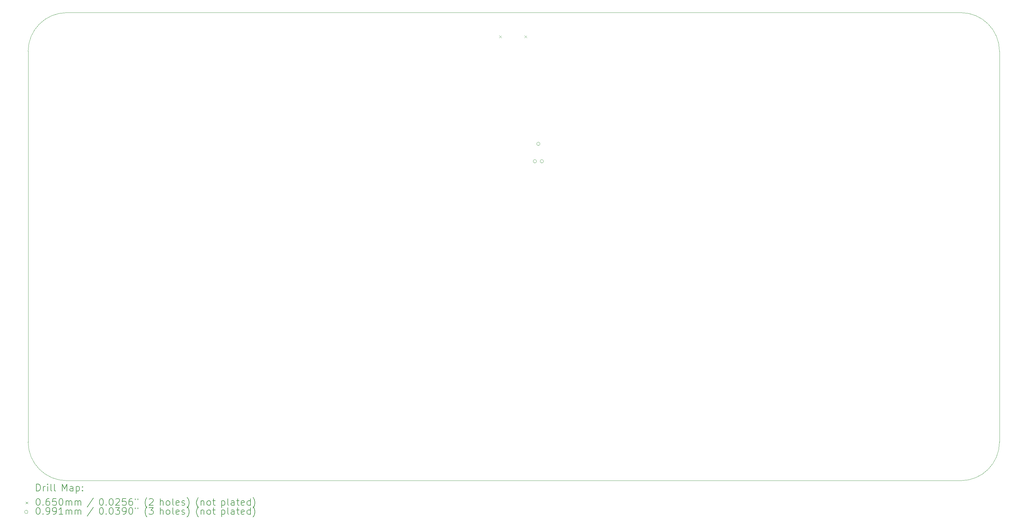
<source format=gbr>
%TF.GenerationSoftware,KiCad,Pcbnew,(7.0.0)*%
%TF.CreationDate,2023-03-26T02:59:33-07:00*%
%TF.ProjectId,HallBox,48616c6c-426f-4782-9e6b-696361645f70,rev?*%
%TF.SameCoordinates,Original*%
%TF.FileFunction,Drillmap*%
%TF.FilePolarity,Positive*%
%FSLAX45Y45*%
G04 Gerber Fmt 4.5, Leading zero omitted, Abs format (unit mm)*
G04 Created by KiCad (PCBNEW (7.0.0)) date 2023-03-26 02:59:33*
%MOMM*%
%LPD*%
G01*
G04 APERTURE LIST*
%ADD10C,0.100000*%
%ADD11C,0.200000*%
%ADD12C,0.065000*%
%ADD13C,0.099060*%
G04 APERTURE END LIST*
D10*
X6287797Y-15020725D02*
G75*
G03*
X7412797Y-16145725I1125000J0D01*
G01*
X34557805Y-3648725D02*
G75*
G03*
X33432797Y-2523725I-1125005J-5D01*
G01*
X33432797Y-16145725D02*
G75*
G03*
X34557797Y-15020725I0J1125000D01*
G01*
X7412797Y-2523725D02*
G75*
G03*
X6287797Y-3648725I0J-1125000D01*
G01*
X6287797Y-3648725D02*
X6287797Y-15020725D01*
X34557797Y-3648725D02*
X34557797Y-15020725D01*
X33432797Y-2523725D02*
X7412797Y-2523725D01*
X7412797Y-16145725D02*
X33432797Y-16145725D01*
D11*
D12*
X20002147Y-3187225D02*
X20067147Y-3252225D01*
X20067147Y-3187225D02*
X20002147Y-3252225D01*
X20737147Y-3187225D02*
X20802147Y-3252225D01*
X20802147Y-3187225D02*
X20737147Y-3252225D01*
D13*
X21084727Y-6849725D02*
G75*
G03*
X21084727Y-6849725I-49530J0D01*
G01*
X21186327Y-6341725D02*
G75*
G03*
X21186327Y-6341725I-49530J0D01*
G01*
X21287927Y-6849725D02*
G75*
G03*
X21287927Y-6849725I-49530J0D01*
G01*
D11*
X6530416Y-16444201D02*
X6530416Y-16244201D01*
X6530416Y-16244201D02*
X6578035Y-16244201D01*
X6578035Y-16244201D02*
X6606607Y-16253725D01*
X6606607Y-16253725D02*
X6625654Y-16272773D01*
X6625654Y-16272773D02*
X6635178Y-16291821D01*
X6635178Y-16291821D02*
X6644702Y-16329916D01*
X6644702Y-16329916D02*
X6644702Y-16358487D01*
X6644702Y-16358487D02*
X6635178Y-16396582D01*
X6635178Y-16396582D02*
X6625654Y-16415630D01*
X6625654Y-16415630D02*
X6606607Y-16434678D01*
X6606607Y-16434678D02*
X6578035Y-16444201D01*
X6578035Y-16444201D02*
X6530416Y-16444201D01*
X6730416Y-16444201D02*
X6730416Y-16310868D01*
X6730416Y-16348963D02*
X6739940Y-16329916D01*
X6739940Y-16329916D02*
X6749464Y-16320392D01*
X6749464Y-16320392D02*
X6768512Y-16310868D01*
X6768512Y-16310868D02*
X6787559Y-16310868D01*
X6854226Y-16444201D02*
X6854226Y-16310868D01*
X6854226Y-16244201D02*
X6844702Y-16253725D01*
X6844702Y-16253725D02*
X6854226Y-16263249D01*
X6854226Y-16263249D02*
X6863750Y-16253725D01*
X6863750Y-16253725D02*
X6854226Y-16244201D01*
X6854226Y-16244201D02*
X6854226Y-16263249D01*
X6978035Y-16444201D02*
X6958988Y-16434678D01*
X6958988Y-16434678D02*
X6949464Y-16415630D01*
X6949464Y-16415630D02*
X6949464Y-16244201D01*
X7082797Y-16444201D02*
X7063750Y-16434678D01*
X7063750Y-16434678D02*
X7054226Y-16415630D01*
X7054226Y-16415630D02*
X7054226Y-16244201D01*
X7278988Y-16444201D02*
X7278988Y-16244201D01*
X7278988Y-16244201D02*
X7345654Y-16387059D01*
X7345654Y-16387059D02*
X7412321Y-16244201D01*
X7412321Y-16244201D02*
X7412321Y-16444201D01*
X7593273Y-16444201D02*
X7593273Y-16339440D01*
X7593273Y-16339440D02*
X7583750Y-16320392D01*
X7583750Y-16320392D02*
X7564702Y-16310868D01*
X7564702Y-16310868D02*
X7526607Y-16310868D01*
X7526607Y-16310868D02*
X7507559Y-16320392D01*
X7593273Y-16434678D02*
X7574226Y-16444201D01*
X7574226Y-16444201D02*
X7526607Y-16444201D01*
X7526607Y-16444201D02*
X7507559Y-16434678D01*
X7507559Y-16434678D02*
X7498035Y-16415630D01*
X7498035Y-16415630D02*
X7498035Y-16396582D01*
X7498035Y-16396582D02*
X7507559Y-16377535D01*
X7507559Y-16377535D02*
X7526607Y-16368011D01*
X7526607Y-16368011D02*
X7574226Y-16368011D01*
X7574226Y-16368011D02*
X7593273Y-16358487D01*
X7688512Y-16310868D02*
X7688512Y-16510868D01*
X7688512Y-16320392D02*
X7707559Y-16310868D01*
X7707559Y-16310868D02*
X7745654Y-16310868D01*
X7745654Y-16310868D02*
X7764702Y-16320392D01*
X7764702Y-16320392D02*
X7774226Y-16329916D01*
X7774226Y-16329916D02*
X7783750Y-16348963D01*
X7783750Y-16348963D02*
X7783750Y-16406106D01*
X7783750Y-16406106D02*
X7774226Y-16425154D01*
X7774226Y-16425154D02*
X7764702Y-16434678D01*
X7764702Y-16434678D02*
X7745654Y-16444201D01*
X7745654Y-16444201D02*
X7707559Y-16444201D01*
X7707559Y-16444201D02*
X7688512Y-16434678D01*
X7869464Y-16425154D02*
X7878988Y-16434678D01*
X7878988Y-16434678D02*
X7869464Y-16444201D01*
X7869464Y-16444201D02*
X7859940Y-16434678D01*
X7859940Y-16434678D02*
X7869464Y-16425154D01*
X7869464Y-16425154D02*
X7869464Y-16444201D01*
X7869464Y-16320392D02*
X7878988Y-16329916D01*
X7878988Y-16329916D02*
X7869464Y-16339440D01*
X7869464Y-16339440D02*
X7859940Y-16329916D01*
X7859940Y-16329916D02*
X7869464Y-16320392D01*
X7869464Y-16320392D02*
X7869464Y-16339440D01*
D12*
X6217797Y-16758225D02*
X6282797Y-16823225D01*
X6282797Y-16758225D02*
X6217797Y-16823225D01*
D11*
X6568512Y-16664201D02*
X6587559Y-16664201D01*
X6587559Y-16664201D02*
X6606607Y-16673725D01*
X6606607Y-16673725D02*
X6616131Y-16683249D01*
X6616131Y-16683249D02*
X6625654Y-16702297D01*
X6625654Y-16702297D02*
X6635178Y-16740392D01*
X6635178Y-16740392D02*
X6635178Y-16788011D01*
X6635178Y-16788011D02*
X6625654Y-16826106D01*
X6625654Y-16826106D02*
X6616131Y-16845154D01*
X6616131Y-16845154D02*
X6606607Y-16854678D01*
X6606607Y-16854678D02*
X6587559Y-16864202D01*
X6587559Y-16864202D02*
X6568512Y-16864202D01*
X6568512Y-16864202D02*
X6549464Y-16854678D01*
X6549464Y-16854678D02*
X6539940Y-16845154D01*
X6539940Y-16845154D02*
X6530416Y-16826106D01*
X6530416Y-16826106D02*
X6520893Y-16788011D01*
X6520893Y-16788011D02*
X6520893Y-16740392D01*
X6520893Y-16740392D02*
X6530416Y-16702297D01*
X6530416Y-16702297D02*
X6539940Y-16683249D01*
X6539940Y-16683249D02*
X6549464Y-16673725D01*
X6549464Y-16673725D02*
X6568512Y-16664201D01*
X6720893Y-16845154D02*
X6730416Y-16854678D01*
X6730416Y-16854678D02*
X6720893Y-16864202D01*
X6720893Y-16864202D02*
X6711369Y-16854678D01*
X6711369Y-16854678D02*
X6720893Y-16845154D01*
X6720893Y-16845154D02*
X6720893Y-16864202D01*
X6901845Y-16664201D02*
X6863750Y-16664201D01*
X6863750Y-16664201D02*
X6844702Y-16673725D01*
X6844702Y-16673725D02*
X6835178Y-16683249D01*
X6835178Y-16683249D02*
X6816131Y-16711821D01*
X6816131Y-16711821D02*
X6806607Y-16749916D01*
X6806607Y-16749916D02*
X6806607Y-16826106D01*
X6806607Y-16826106D02*
X6816131Y-16845154D01*
X6816131Y-16845154D02*
X6825654Y-16854678D01*
X6825654Y-16854678D02*
X6844702Y-16864202D01*
X6844702Y-16864202D02*
X6882797Y-16864202D01*
X6882797Y-16864202D02*
X6901845Y-16854678D01*
X6901845Y-16854678D02*
X6911369Y-16845154D01*
X6911369Y-16845154D02*
X6920893Y-16826106D01*
X6920893Y-16826106D02*
X6920893Y-16778487D01*
X6920893Y-16778487D02*
X6911369Y-16759440D01*
X6911369Y-16759440D02*
X6901845Y-16749916D01*
X6901845Y-16749916D02*
X6882797Y-16740392D01*
X6882797Y-16740392D02*
X6844702Y-16740392D01*
X6844702Y-16740392D02*
X6825654Y-16749916D01*
X6825654Y-16749916D02*
X6816131Y-16759440D01*
X6816131Y-16759440D02*
X6806607Y-16778487D01*
X7101845Y-16664201D02*
X7006607Y-16664201D01*
X7006607Y-16664201D02*
X6997083Y-16759440D01*
X6997083Y-16759440D02*
X7006607Y-16749916D01*
X7006607Y-16749916D02*
X7025654Y-16740392D01*
X7025654Y-16740392D02*
X7073274Y-16740392D01*
X7073274Y-16740392D02*
X7092321Y-16749916D01*
X7092321Y-16749916D02*
X7101845Y-16759440D01*
X7101845Y-16759440D02*
X7111369Y-16778487D01*
X7111369Y-16778487D02*
X7111369Y-16826106D01*
X7111369Y-16826106D02*
X7101845Y-16845154D01*
X7101845Y-16845154D02*
X7092321Y-16854678D01*
X7092321Y-16854678D02*
X7073274Y-16864202D01*
X7073274Y-16864202D02*
X7025654Y-16864202D01*
X7025654Y-16864202D02*
X7006607Y-16854678D01*
X7006607Y-16854678D02*
X6997083Y-16845154D01*
X7235178Y-16664201D02*
X7254226Y-16664201D01*
X7254226Y-16664201D02*
X7273274Y-16673725D01*
X7273274Y-16673725D02*
X7282797Y-16683249D01*
X7282797Y-16683249D02*
X7292321Y-16702297D01*
X7292321Y-16702297D02*
X7301845Y-16740392D01*
X7301845Y-16740392D02*
X7301845Y-16788011D01*
X7301845Y-16788011D02*
X7292321Y-16826106D01*
X7292321Y-16826106D02*
X7282797Y-16845154D01*
X7282797Y-16845154D02*
X7273274Y-16854678D01*
X7273274Y-16854678D02*
X7254226Y-16864202D01*
X7254226Y-16864202D02*
X7235178Y-16864202D01*
X7235178Y-16864202D02*
X7216131Y-16854678D01*
X7216131Y-16854678D02*
X7206607Y-16845154D01*
X7206607Y-16845154D02*
X7197083Y-16826106D01*
X7197083Y-16826106D02*
X7187559Y-16788011D01*
X7187559Y-16788011D02*
X7187559Y-16740392D01*
X7187559Y-16740392D02*
X7197083Y-16702297D01*
X7197083Y-16702297D02*
X7206607Y-16683249D01*
X7206607Y-16683249D02*
X7216131Y-16673725D01*
X7216131Y-16673725D02*
X7235178Y-16664201D01*
X7387559Y-16864202D02*
X7387559Y-16730868D01*
X7387559Y-16749916D02*
X7397083Y-16740392D01*
X7397083Y-16740392D02*
X7416131Y-16730868D01*
X7416131Y-16730868D02*
X7444702Y-16730868D01*
X7444702Y-16730868D02*
X7463750Y-16740392D01*
X7463750Y-16740392D02*
X7473274Y-16759440D01*
X7473274Y-16759440D02*
X7473274Y-16864202D01*
X7473274Y-16759440D02*
X7482797Y-16740392D01*
X7482797Y-16740392D02*
X7501845Y-16730868D01*
X7501845Y-16730868D02*
X7530416Y-16730868D01*
X7530416Y-16730868D02*
X7549464Y-16740392D01*
X7549464Y-16740392D02*
X7558988Y-16759440D01*
X7558988Y-16759440D02*
X7558988Y-16864202D01*
X7654226Y-16864202D02*
X7654226Y-16730868D01*
X7654226Y-16749916D02*
X7663750Y-16740392D01*
X7663750Y-16740392D02*
X7682797Y-16730868D01*
X7682797Y-16730868D02*
X7711369Y-16730868D01*
X7711369Y-16730868D02*
X7730416Y-16740392D01*
X7730416Y-16740392D02*
X7739940Y-16759440D01*
X7739940Y-16759440D02*
X7739940Y-16864202D01*
X7739940Y-16759440D02*
X7749464Y-16740392D01*
X7749464Y-16740392D02*
X7768512Y-16730868D01*
X7768512Y-16730868D02*
X7797083Y-16730868D01*
X7797083Y-16730868D02*
X7816131Y-16740392D01*
X7816131Y-16740392D02*
X7825655Y-16759440D01*
X7825655Y-16759440D02*
X7825655Y-16864202D01*
X8183750Y-16654678D02*
X8012321Y-16911821D01*
X8408512Y-16664201D02*
X8427559Y-16664201D01*
X8427559Y-16664201D02*
X8446607Y-16673725D01*
X8446607Y-16673725D02*
X8456131Y-16683249D01*
X8456131Y-16683249D02*
X8465655Y-16702297D01*
X8465655Y-16702297D02*
X8475178Y-16740392D01*
X8475178Y-16740392D02*
X8475178Y-16788011D01*
X8475178Y-16788011D02*
X8465655Y-16826106D01*
X8465655Y-16826106D02*
X8456131Y-16845154D01*
X8456131Y-16845154D02*
X8446607Y-16854678D01*
X8446607Y-16854678D02*
X8427559Y-16864202D01*
X8427559Y-16864202D02*
X8408512Y-16864202D01*
X8408512Y-16864202D02*
X8389464Y-16854678D01*
X8389464Y-16854678D02*
X8379940Y-16845154D01*
X8379940Y-16845154D02*
X8370416Y-16826106D01*
X8370416Y-16826106D02*
X8360893Y-16788011D01*
X8360893Y-16788011D02*
X8360893Y-16740392D01*
X8360893Y-16740392D02*
X8370416Y-16702297D01*
X8370416Y-16702297D02*
X8379940Y-16683249D01*
X8379940Y-16683249D02*
X8389464Y-16673725D01*
X8389464Y-16673725D02*
X8408512Y-16664201D01*
X8560893Y-16845154D02*
X8570417Y-16854678D01*
X8570417Y-16854678D02*
X8560893Y-16864202D01*
X8560893Y-16864202D02*
X8551369Y-16854678D01*
X8551369Y-16854678D02*
X8560893Y-16845154D01*
X8560893Y-16845154D02*
X8560893Y-16864202D01*
X8694226Y-16664201D02*
X8713274Y-16664201D01*
X8713274Y-16664201D02*
X8732321Y-16673725D01*
X8732321Y-16673725D02*
X8741845Y-16683249D01*
X8741845Y-16683249D02*
X8751369Y-16702297D01*
X8751369Y-16702297D02*
X8760893Y-16740392D01*
X8760893Y-16740392D02*
X8760893Y-16788011D01*
X8760893Y-16788011D02*
X8751369Y-16826106D01*
X8751369Y-16826106D02*
X8741845Y-16845154D01*
X8741845Y-16845154D02*
X8732321Y-16854678D01*
X8732321Y-16854678D02*
X8713274Y-16864202D01*
X8713274Y-16864202D02*
X8694226Y-16864202D01*
X8694226Y-16864202D02*
X8675178Y-16854678D01*
X8675178Y-16854678D02*
X8665655Y-16845154D01*
X8665655Y-16845154D02*
X8656131Y-16826106D01*
X8656131Y-16826106D02*
X8646607Y-16788011D01*
X8646607Y-16788011D02*
X8646607Y-16740392D01*
X8646607Y-16740392D02*
X8656131Y-16702297D01*
X8656131Y-16702297D02*
X8665655Y-16683249D01*
X8665655Y-16683249D02*
X8675178Y-16673725D01*
X8675178Y-16673725D02*
X8694226Y-16664201D01*
X8837083Y-16683249D02*
X8846607Y-16673725D01*
X8846607Y-16673725D02*
X8865655Y-16664201D01*
X8865655Y-16664201D02*
X8913274Y-16664201D01*
X8913274Y-16664201D02*
X8932321Y-16673725D01*
X8932321Y-16673725D02*
X8941845Y-16683249D01*
X8941845Y-16683249D02*
X8951369Y-16702297D01*
X8951369Y-16702297D02*
X8951369Y-16721344D01*
X8951369Y-16721344D02*
X8941845Y-16749916D01*
X8941845Y-16749916D02*
X8827559Y-16864202D01*
X8827559Y-16864202D02*
X8951369Y-16864202D01*
X9132321Y-16664201D02*
X9037083Y-16664201D01*
X9037083Y-16664201D02*
X9027559Y-16759440D01*
X9027559Y-16759440D02*
X9037083Y-16749916D01*
X9037083Y-16749916D02*
X9056131Y-16740392D01*
X9056131Y-16740392D02*
X9103750Y-16740392D01*
X9103750Y-16740392D02*
X9122798Y-16749916D01*
X9122798Y-16749916D02*
X9132321Y-16759440D01*
X9132321Y-16759440D02*
X9141845Y-16778487D01*
X9141845Y-16778487D02*
X9141845Y-16826106D01*
X9141845Y-16826106D02*
X9132321Y-16845154D01*
X9132321Y-16845154D02*
X9122798Y-16854678D01*
X9122798Y-16854678D02*
X9103750Y-16864202D01*
X9103750Y-16864202D02*
X9056131Y-16864202D01*
X9056131Y-16864202D02*
X9037083Y-16854678D01*
X9037083Y-16854678D02*
X9027559Y-16845154D01*
X9313274Y-16664201D02*
X9275178Y-16664201D01*
X9275178Y-16664201D02*
X9256131Y-16673725D01*
X9256131Y-16673725D02*
X9246607Y-16683249D01*
X9246607Y-16683249D02*
X9227559Y-16711821D01*
X9227559Y-16711821D02*
X9218036Y-16749916D01*
X9218036Y-16749916D02*
X9218036Y-16826106D01*
X9218036Y-16826106D02*
X9227559Y-16845154D01*
X9227559Y-16845154D02*
X9237083Y-16854678D01*
X9237083Y-16854678D02*
X9256131Y-16864202D01*
X9256131Y-16864202D02*
X9294226Y-16864202D01*
X9294226Y-16864202D02*
X9313274Y-16854678D01*
X9313274Y-16854678D02*
X9322798Y-16845154D01*
X9322798Y-16845154D02*
X9332321Y-16826106D01*
X9332321Y-16826106D02*
X9332321Y-16778487D01*
X9332321Y-16778487D02*
X9322798Y-16759440D01*
X9322798Y-16759440D02*
X9313274Y-16749916D01*
X9313274Y-16749916D02*
X9294226Y-16740392D01*
X9294226Y-16740392D02*
X9256131Y-16740392D01*
X9256131Y-16740392D02*
X9237083Y-16749916D01*
X9237083Y-16749916D02*
X9227559Y-16759440D01*
X9227559Y-16759440D02*
X9218036Y-16778487D01*
X9408512Y-16664201D02*
X9408512Y-16702297D01*
X9484702Y-16664201D02*
X9484702Y-16702297D01*
X9747560Y-16940392D02*
X9738036Y-16930868D01*
X9738036Y-16930868D02*
X9718988Y-16902297D01*
X9718988Y-16902297D02*
X9709464Y-16883249D01*
X9709464Y-16883249D02*
X9699940Y-16854678D01*
X9699940Y-16854678D02*
X9690417Y-16807059D01*
X9690417Y-16807059D02*
X9690417Y-16768963D01*
X9690417Y-16768963D02*
X9699940Y-16721344D01*
X9699940Y-16721344D02*
X9709464Y-16692773D01*
X9709464Y-16692773D02*
X9718988Y-16673725D01*
X9718988Y-16673725D02*
X9738036Y-16645154D01*
X9738036Y-16645154D02*
X9747560Y-16635630D01*
X9814226Y-16683249D02*
X9823750Y-16673725D01*
X9823750Y-16673725D02*
X9842798Y-16664201D01*
X9842798Y-16664201D02*
X9890417Y-16664201D01*
X9890417Y-16664201D02*
X9909464Y-16673725D01*
X9909464Y-16673725D02*
X9918988Y-16683249D01*
X9918988Y-16683249D02*
X9928512Y-16702297D01*
X9928512Y-16702297D02*
X9928512Y-16721344D01*
X9928512Y-16721344D02*
X9918988Y-16749916D01*
X9918988Y-16749916D02*
X9804702Y-16864202D01*
X9804702Y-16864202D02*
X9928512Y-16864202D01*
X10134226Y-16864202D02*
X10134226Y-16664201D01*
X10219940Y-16864202D02*
X10219940Y-16759440D01*
X10219940Y-16759440D02*
X10210417Y-16740392D01*
X10210417Y-16740392D02*
X10191369Y-16730868D01*
X10191369Y-16730868D02*
X10162798Y-16730868D01*
X10162798Y-16730868D02*
X10143750Y-16740392D01*
X10143750Y-16740392D02*
X10134226Y-16749916D01*
X10343750Y-16864202D02*
X10324702Y-16854678D01*
X10324702Y-16854678D02*
X10315179Y-16845154D01*
X10315179Y-16845154D02*
X10305655Y-16826106D01*
X10305655Y-16826106D02*
X10305655Y-16768963D01*
X10305655Y-16768963D02*
X10315179Y-16749916D01*
X10315179Y-16749916D02*
X10324702Y-16740392D01*
X10324702Y-16740392D02*
X10343750Y-16730868D01*
X10343750Y-16730868D02*
X10372321Y-16730868D01*
X10372321Y-16730868D02*
X10391369Y-16740392D01*
X10391369Y-16740392D02*
X10400893Y-16749916D01*
X10400893Y-16749916D02*
X10410417Y-16768963D01*
X10410417Y-16768963D02*
X10410417Y-16826106D01*
X10410417Y-16826106D02*
X10400893Y-16845154D01*
X10400893Y-16845154D02*
X10391369Y-16854678D01*
X10391369Y-16854678D02*
X10372321Y-16864202D01*
X10372321Y-16864202D02*
X10343750Y-16864202D01*
X10524702Y-16864202D02*
X10505655Y-16854678D01*
X10505655Y-16854678D02*
X10496131Y-16835630D01*
X10496131Y-16835630D02*
X10496131Y-16664201D01*
X10677083Y-16854678D02*
X10658036Y-16864202D01*
X10658036Y-16864202D02*
X10619940Y-16864202D01*
X10619940Y-16864202D02*
X10600893Y-16854678D01*
X10600893Y-16854678D02*
X10591369Y-16835630D01*
X10591369Y-16835630D02*
X10591369Y-16759440D01*
X10591369Y-16759440D02*
X10600893Y-16740392D01*
X10600893Y-16740392D02*
X10619940Y-16730868D01*
X10619940Y-16730868D02*
X10658036Y-16730868D01*
X10658036Y-16730868D02*
X10677083Y-16740392D01*
X10677083Y-16740392D02*
X10686607Y-16759440D01*
X10686607Y-16759440D02*
X10686607Y-16778487D01*
X10686607Y-16778487D02*
X10591369Y-16797535D01*
X10762798Y-16854678D02*
X10781845Y-16864202D01*
X10781845Y-16864202D02*
X10819940Y-16864202D01*
X10819940Y-16864202D02*
X10838988Y-16854678D01*
X10838988Y-16854678D02*
X10848512Y-16835630D01*
X10848512Y-16835630D02*
X10848512Y-16826106D01*
X10848512Y-16826106D02*
X10838988Y-16807059D01*
X10838988Y-16807059D02*
X10819940Y-16797535D01*
X10819940Y-16797535D02*
X10791369Y-16797535D01*
X10791369Y-16797535D02*
X10772321Y-16788011D01*
X10772321Y-16788011D02*
X10762798Y-16768963D01*
X10762798Y-16768963D02*
X10762798Y-16759440D01*
X10762798Y-16759440D02*
X10772321Y-16740392D01*
X10772321Y-16740392D02*
X10791369Y-16730868D01*
X10791369Y-16730868D02*
X10819940Y-16730868D01*
X10819940Y-16730868D02*
X10838988Y-16740392D01*
X10915179Y-16940392D02*
X10924702Y-16930868D01*
X10924702Y-16930868D02*
X10943750Y-16902297D01*
X10943750Y-16902297D02*
X10953274Y-16883249D01*
X10953274Y-16883249D02*
X10962798Y-16854678D01*
X10962798Y-16854678D02*
X10972321Y-16807059D01*
X10972321Y-16807059D02*
X10972321Y-16768963D01*
X10972321Y-16768963D02*
X10962798Y-16721344D01*
X10962798Y-16721344D02*
X10953274Y-16692773D01*
X10953274Y-16692773D02*
X10943750Y-16673725D01*
X10943750Y-16673725D02*
X10924702Y-16645154D01*
X10924702Y-16645154D02*
X10915179Y-16635630D01*
X11244702Y-16940392D02*
X11235178Y-16930868D01*
X11235178Y-16930868D02*
X11216131Y-16902297D01*
X11216131Y-16902297D02*
X11206607Y-16883249D01*
X11206607Y-16883249D02*
X11197083Y-16854678D01*
X11197083Y-16854678D02*
X11187559Y-16807059D01*
X11187559Y-16807059D02*
X11187559Y-16768963D01*
X11187559Y-16768963D02*
X11197083Y-16721344D01*
X11197083Y-16721344D02*
X11206607Y-16692773D01*
X11206607Y-16692773D02*
X11216131Y-16673725D01*
X11216131Y-16673725D02*
X11235178Y-16645154D01*
X11235178Y-16645154D02*
X11244702Y-16635630D01*
X11320893Y-16730868D02*
X11320893Y-16864202D01*
X11320893Y-16749916D02*
X11330417Y-16740392D01*
X11330417Y-16740392D02*
X11349464Y-16730868D01*
X11349464Y-16730868D02*
X11378036Y-16730868D01*
X11378036Y-16730868D02*
X11397083Y-16740392D01*
X11397083Y-16740392D02*
X11406607Y-16759440D01*
X11406607Y-16759440D02*
X11406607Y-16864202D01*
X11530417Y-16864202D02*
X11511369Y-16854678D01*
X11511369Y-16854678D02*
X11501845Y-16845154D01*
X11501845Y-16845154D02*
X11492321Y-16826106D01*
X11492321Y-16826106D02*
X11492321Y-16768963D01*
X11492321Y-16768963D02*
X11501845Y-16749916D01*
X11501845Y-16749916D02*
X11511369Y-16740392D01*
X11511369Y-16740392D02*
X11530417Y-16730868D01*
X11530417Y-16730868D02*
X11558988Y-16730868D01*
X11558988Y-16730868D02*
X11578036Y-16740392D01*
X11578036Y-16740392D02*
X11587559Y-16749916D01*
X11587559Y-16749916D02*
X11597083Y-16768963D01*
X11597083Y-16768963D02*
X11597083Y-16826106D01*
X11597083Y-16826106D02*
X11587559Y-16845154D01*
X11587559Y-16845154D02*
X11578036Y-16854678D01*
X11578036Y-16854678D02*
X11558988Y-16864202D01*
X11558988Y-16864202D02*
X11530417Y-16864202D01*
X11654226Y-16730868D02*
X11730417Y-16730868D01*
X11682798Y-16664201D02*
X11682798Y-16835630D01*
X11682798Y-16835630D02*
X11692321Y-16854678D01*
X11692321Y-16854678D02*
X11711369Y-16864202D01*
X11711369Y-16864202D02*
X11730417Y-16864202D01*
X11917083Y-16730868D02*
X11917083Y-16930868D01*
X11917083Y-16740392D02*
X11936131Y-16730868D01*
X11936131Y-16730868D02*
X11974226Y-16730868D01*
X11974226Y-16730868D02*
X11993274Y-16740392D01*
X11993274Y-16740392D02*
X12002798Y-16749916D01*
X12002798Y-16749916D02*
X12012321Y-16768963D01*
X12012321Y-16768963D02*
X12012321Y-16826106D01*
X12012321Y-16826106D02*
X12002798Y-16845154D01*
X12002798Y-16845154D02*
X11993274Y-16854678D01*
X11993274Y-16854678D02*
X11974226Y-16864202D01*
X11974226Y-16864202D02*
X11936131Y-16864202D01*
X11936131Y-16864202D02*
X11917083Y-16854678D01*
X12126607Y-16864202D02*
X12107559Y-16854678D01*
X12107559Y-16854678D02*
X12098036Y-16835630D01*
X12098036Y-16835630D02*
X12098036Y-16664201D01*
X12288512Y-16864202D02*
X12288512Y-16759440D01*
X12288512Y-16759440D02*
X12278988Y-16740392D01*
X12278988Y-16740392D02*
X12259940Y-16730868D01*
X12259940Y-16730868D02*
X12221845Y-16730868D01*
X12221845Y-16730868D02*
X12202798Y-16740392D01*
X12288512Y-16854678D02*
X12269464Y-16864202D01*
X12269464Y-16864202D02*
X12221845Y-16864202D01*
X12221845Y-16864202D02*
X12202798Y-16854678D01*
X12202798Y-16854678D02*
X12193274Y-16835630D01*
X12193274Y-16835630D02*
X12193274Y-16816583D01*
X12193274Y-16816583D02*
X12202798Y-16797535D01*
X12202798Y-16797535D02*
X12221845Y-16788011D01*
X12221845Y-16788011D02*
X12269464Y-16788011D01*
X12269464Y-16788011D02*
X12288512Y-16778487D01*
X12355179Y-16730868D02*
X12431369Y-16730868D01*
X12383750Y-16664201D02*
X12383750Y-16835630D01*
X12383750Y-16835630D02*
X12393274Y-16854678D01*
X12393274Y-16854678D02*
X12412321Y-16864202D01*
X12412321Y-16864202D02*
X12431369Y-16864202D01*
X12574226Y-16854678D02*
X12555179Y-16864202D01*
X12555179Y-16864202D02*
X12517083Y-16864202D01*
X12517083Y-16864202D02*
X12498036Y-16854678D01*
X12498036Y-16854678D02*
X12488512Y-16835630D01*
X12488512Y-16835630D02*
X12488512Y-16759440D01*
X12488512Y-16759440D02*
X12498036Y-16740392D01*
X12498036Y-16740392D02*
X12517083Y-16730868D01*
X12517083Y-16730868D02*
X12555179Y-16730868D01*
X12555179Y-16730868D02*
X12574226Y-16740392D01*
X12574226Y-16740392D02*
X12583750Y-16759440D01*
X12583750Y-16759440D02*
X12583750Y-16778487D01*
X12583750Y-16778487D02*
X12488512Y-16797535D01*
X12755179Y-16864202D02*
X12755179Y-16664201D01*
X12755179Y-16854678D02*
X12736131Y-16864202D01*
X12736131Y-16864202D02*
X12698036Y-16864202D01*
X12698036Y-16864202D02*
X12678988Y-16854678D01*
X12678988Y-16854678D02*
X12669464Y-16845154D01*
X12669464Y-16845154D02*
X12659940Y-16826106D01*
X12659940Y-16826106D02*
X12659940Y-16768963D01*
X12659940Y-16768963D02*
X12669464Y-16749916D01*
X12669464Y-16749916D02*
X12678988Y-16740392D01*
X12678988Y-16740392D02*
X12698036Y-16730868D01*
X12698036Y-16730868D02*
X12736131Y-16730868D01*
X12736131Y-16730868D02*
X12755179Y-16740392D01*
X12831369Y-16940392D02*
X12840893Y-16930868D01*
X12840893Y-16930868D02*
X12859940Y-16902297D01*
X12859940Y-16902297D02*
X12869464Y-16883249D01*
X12869464Y-16883249D02*
X12878988Y-16854678D01*
X12878988Y-16854678D02*
X12888512Y-16807059D01*
X12888512Y-16807059D02*
X12888512Y-16768963D01*
X12888512Y-16768963D02*
X12878988Y-16721344D01*
X12878988Y-16721344D02*
X12869464Y-16692773D01*
X12869464Y-16692773D02*
X12859940Y-16673725D01*
X12859940Y-16673725D02*
X12840893Y-16645154D01*
X12840893Y-16645154D02*
X12831369Y-16635630D01*
D13*
X6282797Y-17054725D02*
G75*
G03*
X6282797Y-17054725I-49530J0D01*
G01*
D11*
X6568512Y-16928202D02*
X6587559Y-16928202D01*
X6587559Y-16928202D02*
X6606607Y-16937725D01*
X6606607Y-16937725D02*
X6616131Y-16947249D01*
X6616131Y-16947249D02*
X6625654Y-16966297D01*
X6625654Y-16966297D02*
X6635178Y-17004392D01*
X6635178Y-17004392D02*
X6635178Y-17052011D01*
X6635178Y-17052011D02*
X6625654Y-17090106D01*
X6625654Y-17090106D02*
X6616131Y-17109154D01*
X6616131Y-17109154D02*
X6606607Y-17118678D01*
X6606607Y-17118678D02*
X6587559Y-17128202D01*
X6587559Y-17128202D02*
X6568512Y-17128202D01*
X6568512Y-17128202D02*
X6549464Y-17118678D01*
X6549464Y-17118678D02*
X6539940Y-17109154D01*
X6539940Y-17109154D02*
X6530416Y-17090106D01*
X6530416Y-17090106D02*
X6520893Y-17052011D01*
X6520893Y-17052011D02*
X6520893Y-17004392D01*
X6520893Y-17004392D02*
X6530416Y-16966297D01*
X6530416Y-16966297D02*
X6539940Y-16947249D01*
X6539940Y-16947249D02*
X6549464Y-16937725D01*
X6549464Y-16937725D02*
X6568512Y-16928202D01*
X6720893Y-17109154D02*
X6730416Y-17118678D01*
X6730416Y-17118678D02*
X6720893Y-17128202D01*
X6720893Y-17128202D02*
X6711369Y-17118678D01*
X6711369Y-17118678D02*
X6720893Y-17109154D01*
X6720893Y-17109154D02*
X6720893Y-17128202D01*
X6825654Y-17128202D02*
X6863750Y-17128202D01*
X6863750Y-17128202D02*
X6882797Y-17118678D01*
X6882797Y-17118678D02*
X6892321Y-17109154D01*
X6892321Y-17109154D02*
X6911369Y-17080583D01*
X6911369Y-17080583D02*
X6920893Y-17042487D01*
X6920893Y-17042487D02*
X6920893Y-16966297D01*
X6920893Y-16966297D02*
X6911369Y-16947249D01*
X6911369Y-16947249D02*
X6901845Y-16937725D01*
X6901845Y-16937725D02*
X6882797Y-16928202D01*
X6882797Y-16928202D02*
X6844702Y-16928202D01*
X6844702Y-16928202D02*
X6825654Y-16937725D01*
X6825654Y-16937725D02*
X6816131Y-16947249D01*
X6816131Y-16947249D02*
X6806607Y-16966297D01*
X6806607Y-16966297D02*
X6806607Y-17013916D01*
X6806607Y-17013916D02*
X6816131Y-17032963D01*
X6816131Y-17032963D02*
X6825654Y-17042487D01*
X6825654Y-17042487D02*
X6844702Y-17052011D01*
X6844702Y-17052011D02*
X6882797Y-17052011D01*
X6882797Y-17052011D02*
X6901845Y-17042487D01*
X6901845Y-17042487D02*
X6911369Y-17032963D01*
X6911369Y-17032963D02*
X6920893Y-17013916D01*
X7016131Y-17128202D02*
X7054226Y-17128202D01*
X7054226Y-17128202D02*
X7073274Y-17118678D01*
X7073274Y-17118678D02*
X7082797Y-17109154D01*
X7082797Y-17109154D02*
X7101845Y-17080583D01*
X7101845Y-17080583D02*
X7111369Y-17042487D01*
X7111369Y-17042487D02*
X7111369Y-16966297D01*
X7111369Y-16966297D02*
X7101845Y-16947249D01*
X7101845Y-16947249D02*
X7092321Y-16937725D01*
X7092321Y-16937725D02*
X7073274Y-16928202D01*
X7073274Y-16928202D02*
X7035178Y-16928202D01*
X7035178Y-16928202D02*
X7016131Y-16937725D01*
X7016131Y-16937725D02*
X7006607Y-16947249D01*
X7006607Y-16947249D02*
X6997083Y-16966297D01*
X6997083Y-16966297D02*
X6997083Y-17013916D01*
X6997083Y-17013916D02*
X7006607Y-17032963D01*
X7006607Y-17032963D02*
X7016131Y-17042487D01*
X7016131Y-17042487D02*
X7035178Y-17052011D01*
X7035178Y-17052011D02*
X7073274Y-17052011D01*
X7073274Y-17052011D02*
X7092321Y-17042487D01*
X7092321Y-17042487D02*
X7101845Y-17032963D01*
X7101845Y-17032963D02*
X7111369Y-17013916D01*
X7301845Y-17128202D02*
X7187559Y-17128202D01*
X7244702Y-17128202D02*
X7244702Y-16928202D01*
X7244702Y-16928202D02*
X7225654Y-16956773D01*
X7225654Y-16956773D02*
X7206607Y-16975821D01*
X7206607Y-16975821D02*
X7187559Y-16985344D01*
X7387559Y-17128202D02*
X7387559Y-16994868D01*
X7387559Y-17013916D02*
X7397083Y-17004392D01*
X7397083Y-17004392D02*
X7416131Y-16994868D01*
X7416131Y-16994868D02*
X7444702Y-16994868D01*
X7444702Y-16994868D02*
X7463750Y-17004392D01*
X7463750Y-17004392D02*
X7473274Y-17023440D01*
X7473274Y-17023440D02*
X7473274Y-17128202D01*
X7473274Y-17023440D02*
X7482797Y-17004392D01*
X7482797Y-17004392D02*
X7501845Y-16994868D01*
X7501845Y-16994868D02*
X7530416Y-16994868D01*
X7530416Y-16994868D02*
X7549464Y-17004392D01*
X7549464Y-17004392D02*
X7558988Y-17023440D01*
X7558988Y-17023440D02*
X7558988Y-17128202D01*
X7654226Y-17128202D02*
X7654226Y-16994868D01*
X7654226Y-17013916D02*
X7663750Y-17004392D01*
X7663750Y-17004392D02*
X7682797Y-16994868D01*
X7682797Y-16994868D02*
X7711369Y-16994868D01*
X7711369Y-16994868D02*
X7730416Y-17004392D01*
X7730416Y-17004392D02*
X7739940Y-17023440D01*
X7739940Y-17023440D02*
X7739940Y-17128202D01*
X7739940Y-17023440D02*
X7749464Y-17004392D01*
X7749464Y-17004392D02*
X7768512Y-16994868D01*
X7768512Y-16994868D02*
X7797083Y-16994868D01*
X7797083Y-16994868D02*
X7816131Y-17004392D01*
X7816131Y-17004392D02*
X7825655Y-17023440D01*
X7825655Y-17023440D02*
X7825655Y-17128202D01*
X8183750Y-16918678D02*
X8012321Y-17175821D01*
X8408512Y-16928202D02*
X8427559Y-16928202D01*
X8427559Y-16928202D02*
X8446607Y-16937725D01*
X8446607Y-16937725D02*
X8456131Y-16947249D01*
X8456131Y-16947249D02*
X8465655Y-16966297D01*
X8465655Y-16966297D02*
X8475178Y-17004392D01*
X8475178Y-17004392D02*
X8475178Y-17052011D01*
X8475178Y-17052011D02*
X8465655Y-17090106D01*
X8465655Y-17090106D02*
X8456131Y-17109154D01*
X8456131Y-17109154D02*
X8446607Y-17118678D01*
X8446607Y-17118678D02*
X8427559Y-17128202D01*
X8427559Y-17128202D02*
X8408512Y-17128202D01*
X8408512Y-17128202D02*
X8389464Y-17118678D01*
X8389464Y-17118678D02*
X8379940Y-17109154D01*
X8379940Y-17109154D02*
X8370416Y-17090106D01*
X8370416Y-17090106D02*
X8360893Y-17052011D01*
X8360893Y-17052011D02*
X8360893Y-17004392D01*
X8360893Y-17004392D02*
X8370416Y-16966297D01*
X8370416Y-16966297D02*
X8379940Y-16947249D01*
X8379940Y-16947249D02*
X8389464Y-16937725D01*
X8389464Y-16937725D02*
X8408512Y-16928202D01*
X8560893Y-17109154D02*
X8570417Y-17118678D01*
X8570417Y-17118678D02*
X8560893Y-17128202D01*
X8560893Y-17128202D02*
X8551369Y-17118678D01*
X8551369Y-17118678D02*
X8560893Y-17109154D01*
X8560893Y-17109154D02*
X8560893Y-17128202D01*
X8694226Y-16928202D02*
X8713274Y-16928202D01*
X8713274Y-16928202D02*
X8732321Y-16937725D01*
X8732321Y-16937725D02*
X8741845Y-16947249D01*
X8741845Y-16947249D02*
X8751369Y-16966297D01*
X8751369Y-16966297D02*
X8760893Y-17004392D01*
X8760893Y-17004392D02*
X8760893Y-17052011D01*
X8760893Y-17052011D02*
X8751369Y-17090106D01*
X8751369Y-17090106D02*
X8741845Y-17109154D01*
X8741845Y-17109154D02*
X8732321Y-17118678D01*
X8732321Y-17118678D02*
X8713274Y-17128202D01*
X8713274Y-17128202D02*
X8694226Y-17128202D01*
X8694226Y-17128202D02*
X8675178Y-17118678D01*
X8675178Y-17118678D02*
X8665655Y-17109154D01*
X8665655Y-17109154D02*
X8656131Y-17090106D01*
X8656131Y-17090106D02*
X8646607Y-17052011D01*
X8646607Y-17052011D02*
X8646607Y-17004392D01*
X8646607Y-17004392D02*
X8656131Y-16966297D01*
X8656131Y-16966297D02*
X8665655Y-16947249D01*
X8665655Y-16947249D02*
X8675178Y-16937725D01*
X8675178Y-16937725D02*
X8694226Y-16928202D01*
X8827559Y-16928202D02*
X8951369Y-16928202D01*
X8951369Y-16928202D02*
X8884702Y-17004392D01*
X8884702Y-17004392D02*
X8913274Y-17004392D01*
X8913274Y-17004392D02*
X8932321Y-17013916D01*
X8932321Y-17013916D02*
X8941845Y-17023440D01*
X8941845Y-17023440D02*
X8951369Y-17042487D01*
X8951369Y-17042487D02*
X8951369Y-17090106D01*
X8951369Y-17090106D02*
X8941845Y-17109154D01*
X8941845Y-17109154D02*
X8932321Y-17118678D01*
X8932321Y-17118678D02*
X8913274Y-17128202D01*
X8913274Y-17128202D02*
X8856131Y-17128202D01*
X8856131Y-17128202D02*
X8837083Y-17118678D01*
X8837083Y-17118678D02*
X8827559Y-17109154D01*
X9046607Y-17128202D02*
X9084702Y-17128202D01*
X9084702Y-17128202D02*
X9103750Y-17118678D01*
X9103750Y-17118678D02*
X9113274Y-17109154D01*
X9113274Y-17109154D02*
X9132321Y-17080583D01*
X9132321Y-17080583D02*
X9141845Y-17042487D01*
X9141845Y-17042487D02*
X9141845Y-16966297D01*
X9141845Y-16966297D02*
X9132321Y-16947249D01*
X9132321Y-16947249D02*
X9122798Y-16937725D01*
X9122798Y-16937725D02*
X9103750Y-16928202D01*
X9103750Y-16928202D02*
X9065655Y-16928202D01*
X9065655Y-16928202D02*
X9046607Y-16937725D01*
X9046607Y-16937725D02*
X9037083Y-16947249D01*
X9037083Y-16947249D02*
X9027559Y-16966297D01*
X9027559Y-16966297D02*
X9027559Y-17013916D01*
X9027559Y-17013916D02*
X9037083Y-17032963D01*
X9037083Y-17032963D02*
X9046607Y-17042487D01*
X9046607Y-17042487D02*
X9065655Y-17052011D01*
X9065655Y-17052011D02*
X9103750Y-17052011D01*
X9103750Y-17052011D02*
X9122798Y-17042487D01*
X9122798Y-17042487D02*
X9132321Y-17032963D01*
X9132321Y-17032963D02*
X9141845Y-17013916D01*
X9265655Y-16928202D02*
X9284702Y-16928202D01*
X9284702Y-16928202D02*
X9303750Y-16937725D01*
X9303750Y-16937725D02*
X9313274Y-16947249D01*
X9313274Y-16947249D02*
X9322798Y-16966297D01*
X9322798Y-16966297D02*
X9332321Y-17004392D01*
X9332321Y-17004392D02*
X9332321Y-17052011D01*
X9332321Y-17052011D02*
X9322798Y-17090106D01*
X9322798Y-17090106D02*
X9313274Y-17109154D01*
X9313274Y-17109154D02*
X9303750Y-17118678D01*
X9303750Y-17118678D02*
X9284702Y-17128202D01*
X9284702Y-17128202D02*
X9265655Y-17128202D01*
X9265655Y-17128202D02*
X9246607Y-17118678D01*
X9246607Y-17118678D02*
X9237083Y-17109154D01*
X9237083Y-17109154D02*
X9227559Y-17090106D01*
X9227559Y-17090106D02*
X9218036Y-17052011D01*
X9218036Y-17052011D02*
X9218036Y-17004392D01*
X9218036Y-17004392D02*
X9227559Y-16966297D01*
X9227559Y-16966297D02*
X9237083Y-16947249D01*
X9237083Y-16947249D02*
X9246607Y-16937725D01*
X9246607Y-16937725D02*
X9265655Y-16928202D01*
X9408512Y-16928202D02*
X9408512Y-16966297D01*
X9484702Y-16928202D02*
X9484702Y-16966297D01*
X9747560Y-17204392D02*
X9738036Y-17194868D01*
X9738036Y-17194868D02*
X9718988Y-17166297D01*
X9718988Y-17166297D02*
X9709464Y-17147249D01*
X9709464Y-17147249D02*
X9699940Y-17118678D01*
X9699940Y-17118678D02*
X9690417Y-17071059D01*
X9690417Y-17071059D02*
X9690417Y-17032963D01*
X9690417Y-17032963D02*
X9699940Y-16985344D01*
X9699940Y-16985344D02*
X9709464Y-16956773D01*
X9709464Y-16956773D02*
X9718988Y-16937725D01*
X9718988Y-16937725D02*
X9738036Y-16909154D01*
X9738036Y-16909154D02*
X9747560Y-16899630D01*
X9804702Y-16928202D02*
X9928512Y-16928202D01*
X9928512Y-16928202D02*
X9861845Y-17004392D01*
X9861845Y-17004392D02*
X9890417Y-17004392D01*
X9890417Y-17004392D02*
X9909464Y-17013916D01*
X9909464Y-17013916D02*
X9918988Y-17023440D01*
X9918988Y-17023440D02*
X9928512Y-17042487D01*
X9928512Y-17042487D02*
X9928512Y-17090106D01*
X9928512Y-17090106D02*
X9918988Y-17109154D01*
X9918988Y-17109154D02*
X9909464Y-17118678D01*
X9909464Y-17118678D02*
X9890417Y-17128202D01*
X9890417Y-17128202D02*
X9833274Y-17128202D01*
X9833274Y-17128202D02*
X9814226Y-17118678D01*
X9814226Y-17118678D02*
X9804702Y-17109154D01*
X10134226Y-17128202D02*
X10134226Y-16928202D01*
X10219940Y-17128202D02*
X10219940Y-17023440D01*
X10219940Y-17023440D02*
X10210417Y-17004392D01*
X10210417Y-17004392D02*
X10191369Y-16994868D01*
X10191369Y-16994868D02*
X10162798Y-16994868D01*
X10162798Y-16994868D02*
X10143750Y-17004392D01*
X10143750Y-17004392D02*
X10134226Y-17013916D01*
X10343750Y-17128202D02*
X10324702Y-17118678D01*
X10324702Y-17118678D02*
X10315179Y-17109154D01*
X10315179Y-17109154D02*
X10305655Y-17090106D01*
X10305655Y-17090106D02*
X10305655Y-17032963D01*
X10305655Y-17032963D02*
X10315179Y-17013916D01*
X10315179Y-17013916D02*
X10324702Y-17004392D01*
X10324702Y-17004392D02*
X10343750Y-16994868D01*
X10343750Y-16994868D02*
X10372321Y-16994868D01*
X10372321Y-16994868D02*
X10391369Y-17004392D01*
X10391369Y-17004392D02*
X10400893Y-17013916D01*
X10400893Y-17013916D02*
X10410417Y-17032963D01*
X10410417Y-17032963D02*
X10410417Y-17090106D01*
X10410417Y-17090106D02*
X10400893Y-17109154D01*
X10400893Y-17109154D02*
X10391369Y-17118678D01*
X10391369Y-17118678D02*
X10372321Y-17128202D01*
X10372321Y-17128202D02*
X10343750Y-17128202D01*
X10524702Y-17128202D02*
X10505655Y-17118678D01*
X10505655Y-17118678D02*
X10496131Y-17099630D01*
X10496131Y-17099630D02*
X10496131Y-16928202D01*
X10677083Y-17118678D02*
X10658036Y-17128202D01*
X10658036Y-17128202D02*
X10619940Y-17128202D01*
X10619940Y-17128202D02*
X10600893Y-17118678D01*
X10600893Y-17118678D02*
X10591369Y-17099630D01*
X10591369Y-17099630D02*
X10591369Y-17023440D01*
X10591369Y-17023440D02*
X10600893Y-17004392D01*
X10600893Y-17004392D02*
X10619940Y-16994868D01*
X10619940Y-16994868D02*
X10658036Y-16994868D01*
X10658036Y-16994868D02*
X10677083Y-17004392D01*
X10677083Y-17004392D02*
X10686607Y-17023440D01*
X10686607Y-17023440D02*
X10686607Y-17042487D01*
X10686607Y-17042487D02*
X10591369Y-17061535D01*
X10762798Y-17118678D02*
X10781845Y-17128202D01*
X10781845Y-17128202D02*
X10819940Y-17128202D01*
X10819940Y-17128202D02*
X10838988Y-17118678D01*
X10838988Y-17118678D02*
X10848512Y-17099630D01*
X10848512Y-17099630D02*
X10848512Y-17090106D01*
X10848512Y-17090106D02*
X10838988Y-17071059D01*
X10838988Y-17071059D02*
X10819940Y-17061535D01*
X10819940Y-17061535D02*
X10791369Y-17061535D01*
X10791369Y-17061535D02*
X10772321Y-17052011D01*
X10772321Y-17052011D02*
X10762798Y-17032963D01*
X10762798Y-17032963D02*
X10762798Y-17023440D01*
X10762798Y-17023440D02*
X10772321Y-17004392D01*
X10772321Y-17004392D02*
X10791369Y-16994868D01*
X10791369Y-16994868D02*
X10819940Y-16994868D01*
X10819940Y-16994868D02*
X10838988Y-17004392D01*
X10915179Y-17204392D02*
X10924702Y-17194868D01*
X10924702Y-17194868D02*
X10943750Y-17166297D01*
X10943750Y-17166297D02*
X10953274Y-17147249D01*
X10953274Y-17147249D02*
X10962798Y-17118678D01*
X10962798Y-17118678D02*
X10972321Y-17071059D01*
X10972321Y-17071059D02*
X10972321Y-17032963D01*
X10972321Y-17032963D02*
X10962798Y-16985344D01*
X10962798Y-16985344D02*
X10953274Y-16956773D01*
X10953274Y-16956773D02*
X10943750Y-16937725D01*
X10943750Y-16937725D02*
X10924702Y-16909154D01*
X10924702Y-16909154D02*
X10915179Y-16899630D01*
X11244702Y-17204392D02*
X11235178Y-17194868D01*
X11235178Y-17194868D02*
X11216131Y-17166297D01*
X11216131Y-17166297D02*
X11206607Y-17147249D01*
X11206607Y-17147249D02*
X11197083Y-17118678D01*
X11197083Y-17118678D02*
X11187559Y-17071059D01*
X11187559Y-17071059D02*
X11187559Y-17032963D01*
X11187559Y-17032963D02*
X11197083Y-16985344D01*
X11197083Y-16985344D02*
X11206607Y-16956773D01*
X11206607Y-16956773D02*
X11216131Y-16937725D01*
X11216131Y-16937725D02*
X11235178Y-16909154D01*
X11235178Y-16909154D02*
X11244702Y-16899630D01*
X11320893Y-16994868D02*
X11320893Y-17128202D01*
X11320893Y-17013916D02*
X11330417Y-17004392D01*
X11330417Y-17004392D02*
X11349464Y-16994868D01*
X11349464Y-16994868D02*
X11378036Y-16994868D01*
X11378036Y-16994868D02*
X11397083Y-17004392D01*
X11397083Y-17004392D02*
X11406607Y-17023440D01*
X11406607Y-17023440D02*
X11406607Y-17128202D01*
X11530417Y-17128202D02*
X11511369Y-17118678D01*
X11511369Y-17118678D02*
X11501845Y-17109154D01*
X11501845Y-17109154D02*
X11492321Y-17090106D01*
X11492321Y-17090106D02*
X11492321Y-17032963D01*
X11492321Y-17032963D02*
X11501845Y-17013916D01*
X11501845Y-17013916D02*
X11511369Y-17004392D01*
X11511369Y-17004392D02*
X11530417Y-16994868D01*
X11530417Y-16994868D02*
X11558988Y-16994868D01*
X11558988Y-16994868D02*
X11578036Y-17004392D01*
X11578036Y-17004392D02*
X11587559Y-17013916D01*
X11587559Y-17013916D02*
X11597083Y-17032963D01*
X11597083Y-17032963D02*
X11597083Y-17090106D01*
X11597083Y-17090106D02*
X11587559Y-17109154D01*
X11587559Y-17109154D02*
X11578036Y-17118678D01*
X11578036Y-17118678D02*
X11558988Y-17128202D01*
X11558988Y-17128202D02*
X11530417Y-17128202D01*
X11654226Y-16994868D02*
X11730417Y-16994868D01*
X11682798Y-16928202D02*
X11682798Y-17099630D01*
X11682798Y-17099630D02*
X11692321Y-17118678D01*
X11692321Y-17118678D02*
X11711369Y-17128202D01*
X11711369Y-17128202D02*
X11730417Y-17128202D01*
X11917083Y-16994868D02*
X11917083Y-17194868D01*
X11917083Y-17004392D02*
X11936131Y-16994868D01*
X11936131Y-16994868D02*
X11974226Y-16994868D01*
X11974226Y-16994868D02*
X11993274Y-17004392D01*
X11993274Y-17004392D02*
X12002798Y-17013916D01*
X12002798Y-17013916D02*
X12012321Y-17032963D01*
X12012321Y-17032963D02*
X12012321Y-17090106D01*
X12012321Y-17090106D02*
X12002798Y-17109154D01*
X12002798Y-17109154D02*
X11993274Y-17118678D01*
X11993274Y-17118678D02*
X11974226Y-17128202D01*
X11974226Y-17128202D02*
X11936131Y-17128202D01*
X11936131Y-17128202D02*
X11917083Y-17118678D01*
X12126607Y-17128202D02*
X12107559Y-17118678D01*
X12107559Y-17118678D02*
X12098036Y-17099630D01*
X12098036Y-17099630D02*
X12098036Y-16928202D01*
X12288512Y-17128202D02*
X12288512Y-17023440D01*
X12288512Y-17023440D02*
X12278988Y-17004392D01*
X12278988Y-17004392D02*
X12259940Y-16994868D01*
X12259940Y-16994868D02*
X12221845Y-16994868D01*
X12221845Y-16994868D02*
X12202798Y-17004392D01*
X12288512Y-17118678D02*
X12269464Y-17128202D01*
X12269464Y-17128202D02*
X12221845Y-17128202D01*
X12221845Y-17128202D02*
X12202798Y-17118678D01*
X12202798Y-17118678D02*
X12193274Y-17099630D01*
X12193274Y-17099630D02*
X12193274Y-17080583D01*
X12193274Y-17080583D02*
X12202798Y-17061535D01*
X12202798Y-17061535D02*
X12221845Y-17052011D01*
X12221845Y-17052011D02*
X12269464Y-17052011D01*
X12269464Y-17052011D02*
X12288512Y-17042487D01*
X12355179Y-16994868D02*
X12431369Y-16994868D01*
X12383750Y-16928202D02*
X12383750Y-17099630D01*
X12383750Y-17099630D02*
X12393274Y-17118678D01*
X12393274Y-17118678D02*
X12412321Y-17128202D01*
X12412321Y-17128202D02*
X12431369Y-17128202D01*
X12574226Y-17118678D02*
X12555179Y-17128202D01*
X12555179Y-17128202D02*
X12517083Y-17128202D01*
X12517083Y-17128202D02*
X12498036Y-17118678D01*
X12498036Y-17118678D02*
X12488512Y-17099630D01*
X12488512Y-17099630D02*
X12488512Y-17023440D01*
X12488512Y-17023440D02*
X12498036Y-17004392D01*
X12498036Y-17004392D02*
X12517083Y-16994868D01*
X12517083Y-16994868D02*
X12555179Y-16994868D01*
X12555179Y-16994868D02*
X12574226Y-17004392D01*
X12574226Y-17004392D02*
X12583750Y-17023440D01*
X12583750Y-17023440D02*
X12583750Y-17042487D01*
X12583750Y-17042487D02*
X12488512Y-17061535D01*
X12755179Y-17128202D02*
X12755179Y-16928202D01*
X12755179Y-17118678D02*
X12736131Y-17128202D01*
X12736131Y-17128202D02*
X12698036Y-17128202D01*
X12698036Y-17128202D02*
X12678988Y-17118678D01*
X12678988Y-17118678D02*
X12669464Y-17109154D01*
X12669464Y-17109154D02*
X12659940Y-17090106D01*
X12659940Y-17090106D02*
X12659940Y-17032963D01*
X12659940Y-17032963D02*
X12669464Y-17013916D01*
X12669464Y-17013916D02*
X12678988Y-17004392D01*
X12678988Y-17004392D02*
X12698036Y-16994868D01*
X12698036Y-16994868D02*
X12736131Y-16994868D01*
X12736131Y-16994868D02*
X12755179Y-17004392D01*
X12831369Y-17204392D02*
X12840893Y-17194868D01*
X12840893Y-17194868D02*
X12859940Y-17166297D01*
X12859940Y-17166297D02*
X12869464Y-17147249D01*
X12869464Y-17147249D02*
X12878988Y-17118678D01*
X12878988Y-17118678D02*
X12888512Y-17071059D01*
X12888512Y-17071059D02*
X12888512Y-17032963D01*
X12888512Y-17032963D02*
X12878988Y-16985344D01*
X12878988Y-16985344D02*
X12869464Y-16956773D01*
X12869464Y-16956773D02*
X12859940Y-16937725D01*
X12859940Y-16937725D02*
X12840893Y-16909154D01*
X12840893Y-16909154D02*
X12831369Y-16899630D01*
M02*

</source>
